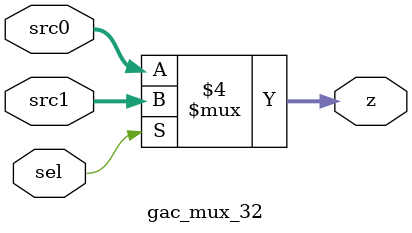
<source format=v>
module gac_mux_32 (sel, src0, src1, z);
  
  input sel; // MODIFIED BY CAM
  input [31:0] src0;
  input [31:0] src1;
  output reg [31:0] z;
  

  always @(sel or src0 or src1)
      begin
        if (sel == 1'b0) z <= src0;
        else z <= src1;
      end
   
endmodule
</source>
